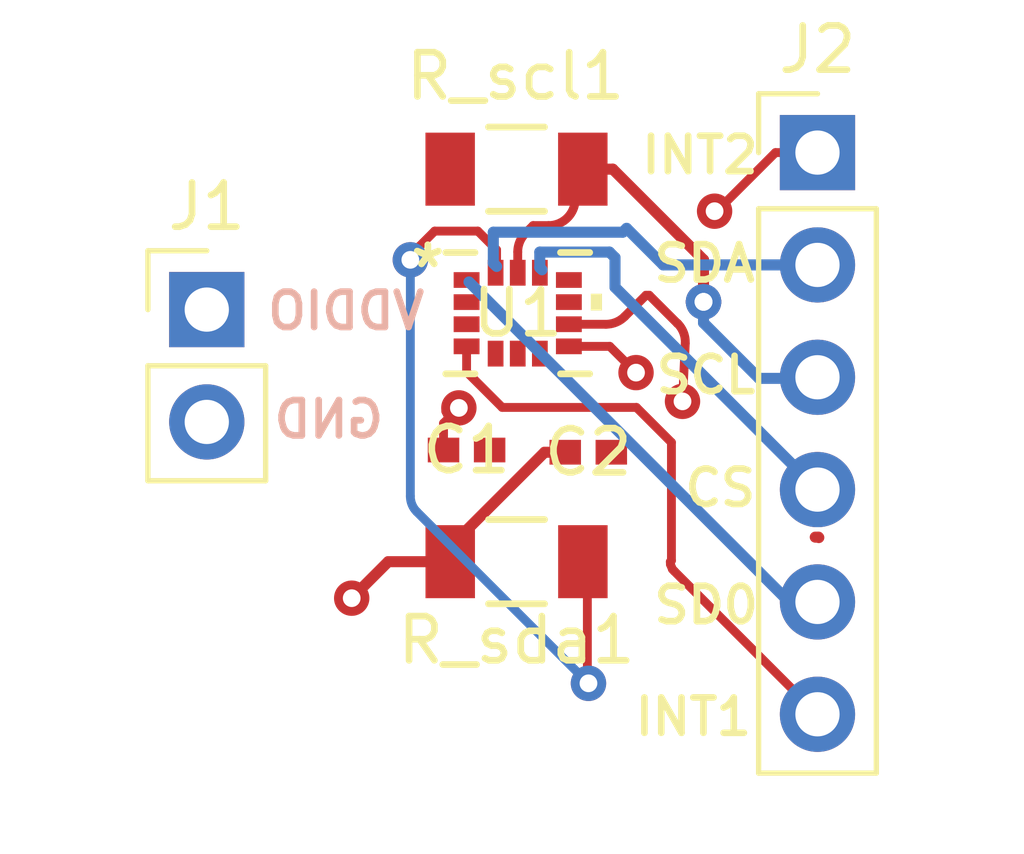
<source format=kicad_pcb>
(kicad_pcb (version 20221018) (generator pcbnew)
  (layers (0 "F.Cu" signal) (1 "In1.Cu" power "VDD") (2 "In2.Cu" power "GND") (31 "B.Cu" signal) (34 "B.Paste" user) (35 "F.Paste" user) (36 "B.SilkS" user "B.Silkscreen") (37 "F.SilkS" user "F.Silkscreen") (38 "B.Mask" user) (39 "F.Mask" user) (44 "Edge.Cuts" user))
  (net 0 "")
  (net 1 "Net-(U1-VDD)")
  (net 2 "GND")
  (net 3 "VDDIO")
  (net 4 "/SCL")
  (net 5 "/SDA")
  (net 6 "/SDO{slash}SA0")
  (net 7 "/INT1")
  (net 8 "/INT2")
  (net 11 "/CS")
  (footprint "imu:QFN_6DSLTR_STM" (layer "F.Cu") (at 129.7266 86.856)
    (fp_text reference "U1" (at 0 0 unlocked) (layer "F.SilkS"))
    (fp_text value "LSM6DSLTR")
    (fp_text user "*" (at -2.032 -1.000252) (layer "F.SilkS"))
    (fp_text user "*" (at -2.032 -1.000252 unlocked) (layer "F.SilkS"))
    (fp_line (start -1.6256 1.3716) (end -0.966817 1.3716) (stroke (width 0.1524)) (layer "F.SilkS"))
    (fp_line (start -0.966817 -1.3716) (end -1.6256 -1.3716) (stroke (width 0.1524)) (layer "F.SilkS"))
    (fp_line (start 0.966817 1.3716) (end 1.6256 1.3716) (stroke (width 0.1524)) (layer "F.SilkS"))
    (fp_line (start 1.6256 -1.3716) (end 0.966817 -1.3716) (stroke (width 0.1524)) (layer "F.SilkS"))
    (fp_poly (pts (xy 1.905 -0.440563) (xy 1.905 -0.059563) (xy 1.651 -0.059563) (xy 1.651 -0.440563)) (fill solid) (layer "F.SilkS"))
    (pad "1" smd rect (at -1.1557 -0.750189 90) (size 0.3556 0.5842) (layers "F.Cu" "F.Paste" "F.Mask") (net 6 "/SDO{slash}SA0"))
    (pad "2" smd rect (at -1.1557 -0.250063 90) (size 0.3556 0.5842) (layers "F.Cu" "F.Paste" "F.Mask") (net 2 "GND"))
    (pad "3" smd rect (at -1.1557 0.250063 90) (size 0.3556 0.5842) (layers "F.Cu" "F.Paste" "F.Mask") (net 2 "GND"))
    (pad "4" smd rect (at -1.1557 0.750189 90) (size 0.3556 0.5842) (layers "F.Cu" "F.Paste" "F.Mask") (net 7 "/INT1"))
    (pad "5" smd rect (at -0.500126 0.9144) (size 0.3556 0.5842) (layers "F.Cu" "F.Paste" "F.Mask") (net 3 "VDDIO"))
    (pad "6" smd rect (at 0 0.9144) (size 0.3556 0.5842) (layers "F.Cu" "F.Paste" "F.Mask") (net 2 "GND"))
    (pad "7" smd rect (at 0.500126 0.9144) (size 0.3556 0.5842) (layers "F.Cu" "F.Paste" "F.Mask") (net 2 "GND"))
    (pad "8" smd rect (at 1.1557 0.750189 90) (size 0.3556 0.5842) (layers "F.Cu" "F.Paste" "F.Mask") (net 1 "Net-(U1-VDD)"))
    (pad "9" smd rect (at 1.1557 0.250063 90) (size 0.3556 0.5842) (layers "F.Cu" "F.Paste" "F.Mask") (net 8 "/INT2"))
    (pad "10" smd rect (at 1.1557 -0.250063 90) (size 0.3556 0.5842) (layers "F.Cu" "F.Paste" "F.Mask"))
    (pad "11" smd rect (at 1.1557 -0.750189 90) (size 0.3556 0.5842) (layers "F.Cu" "F.Paste" "F.Mask"))
    (pad "12" smd rect (at 0.500126 -0.9144) (size 0.3556 0.5842) (layers "F.Cu" "F.Paste" "F.Mask") (net 11 "/CS"))
    (pad "13" smd rect (at 0 -0.9144) (size 0.3556 0.5842) (layers "F.Cu" "F.Paste" "F.Mask") (net 4 "/SCL"))
    (pad "14" smd rect (at -0.500126 -0.9144) (size 0.3556 0.5842) (layers "F.Cu" "F.Paste" "F.Mask") (net 5 "/SDA"))
  )
  (footprint "ceramic_cap:CAP_GRM155_MUR" (layer "F.Cu") (at 131.3207 90)
    (fp_text reference "C2" (at 0 0 unlocked) (layer "F.SilkS"))
    (fp_text value "100nF")
    (pad "1" smd rect (at -0.5207 0) (size 0.7112 0.5588) (layers "F.Cu" "F.Paste" "F.Mask") (net 3 "VDDIO"))
    (pad "2" smd rect (at 0.5207 0) (size 0.7112 0.5588) (layers "F.Cu" "F.Paste" "F.Mask") (net 2 "GND"))
  )
  (footprint "Connector_PinHeader_2.54mm:PinHeader_1x02_P2.54mm_Vertical" (layer "F.Cu") (at 122.7 86.775)
    (fp_text reference "J1" (at 0 -2.33) (layer "F.SilkS"))
    (fp_text value "Conn_01x02")
    (fp_line (start -1.33 -1.33) (end 0 -1.33) (stroke (width 0.12)) (layer "F.SilkS"))
    (fp_line (start -1.33 0) (end -1.33 -1.33) (stroke (width 0.12)) (layer "F.SilkS"))
    (fp_line (start -1.33 1.27) (end -1.33 3.87) (stroke (width 0.12)) (layer "F.SilkS"))
    (fp_line (start -1.33 1.27) (end 1.33 1.27) (stroke (width 0.12)) (layer "F.SilkS"))
    (fp_line (start -1.33 3.87) (end 1.33 3.87) (stroke (width 0.12)) (layer "F.SilkS"))
    (fp_line (start 1.33 1.27) (end 1.33 3.87) (stroke (width 0.12)) (layer "F.SilkS"))
    (pad "1" thru_hole rect (at 0 0) (size 1.7 1.7) (drill 1) (layers "*.Cu" "*.Mask") (net 3 "VDDIO"))
    (pad "2" thru_hole oval (at 0 2.54) (size 1.7 1.7) (drill 1) (layers "*.Cu" "*.Mask") (net 2 "GND"))
  )
  (footprint "res_1k:1206_PAN" (layer "F.Cu") (at 129.6986 83.6)
    (fp_text reference "R_scl1" (at -0.0236 -2.1 unlocked) (layer "F.SilkS"))
    (fp_text value "1k")
    (fp_line (start -0.63225 0.9525) (end 0.63225 0.9525) (stroke (width 0.1524)) (layer "F.SilkS"))
    (fp_line (start 0.63225 -0.9525) (end -0.63225 -0.9525) (stroke (width 0.1524)) (layer "F.SilkS"))
    (pad "1" smd rect (at -1.4986 0) (size 1.1176 1.651) (layers "F.Cu" "F.Paste" "F.Mask") (net 3 "VDDIO"))
    (pad "2" smd rect (at 1.4986 0) (size 1.1176 1.651) (layers "F.Cu" "F.Paste" "F.Mask") (net 4 "/SCL"))
  )
  (footprint "Connector_PinHeader_2.54mm:PinHeader_1x06_P2.54mm_Vertical" (layer "F.Cu") (at 136.5 83.225)
    (fp_text reference "J2" (at 0 -2.33) (layer "F.SilkS"))
    (fp_text value "Conn_01x06")
    (fp_line (start -1.33 -1.33) (end 0 -1.33) (stroke (width 0.12)) (layer "F.SilkS"))
    (fp_line (start -1.33 0) (end -1.33 -1.33) (stroke (width 0.12)) (layer "F.SilkS"))
    (fp_line (start -1.33 1.27) (end -1.33 14.03) (stroke (width 0.12)) (layer "F.SilkS"))
    (fp_line (start -1.33 1.27) (end 1.33 1.27) (stroke (width 0.12)) (layer "F.SilkS"))
    (fp_line (start -1.33 14.03) (end 1.33 14.03) (stroke (width 0.12)) (layer "F.SilkS"))
    (fp_line (start 1.33 1.27) (end 1.33 14.03) (stroke (width 0.12)) (layer "F.SilkS"))
    (pad "1" thru_hole rect (at 0 0) (size 1.7 1.7) (drill 1) (layers "*.Cu" "*.Mask") (net 8 "/INT2"))
    (pad "2" thru_hole oval (at 0 2.54) (size 1.7 1.7) (drill 1) (layers "*.Cu" "*.Mask") (net 5 "/SDA"))
    (pad "3" thru_hole oval (at 0 5.08) (size 1.7 1.7) (drill 1) (layers "*.Cu" "*.Mask") (net 4 "/SCL"))
    (pad "4" thru_hole oval (at 0 7.62) (size 1.7 1.7) (drill 1) (layers "*.Cu" "*.Mask") (net 11 "/CS"))
    (pad "5" thru_hole oval (at 0 10.16) (size 1.7 1.7) (drill 1) (layers "*.Cu" "*.Mask") (net 6 "/SDO{slash}SA0"))
    (pad "6" thru_hole oval (at 0 12.7) (size 1.7 1.7) (drill 1) (layers "*.Cu" "*.Mask") (net 7 "/INT1"))
  )
  (footprint "ceramic_cap:CAP_GRM155_MUR" (layer "F.Cu") (at 128.5707 89.95)
    (fp_text reference "C1" (at 0 0 unlocked) (layer "F.SilkS"))
    (fp_text value "100nF")
    (pad "1" smd rect (at -0.5207 0) (size 0.7112 0.5588) (layers "F.Cu" "F.Paste" "F.Mask") (net 1 "Net-(U1-VDD)"))
    (pad "2" smd rect (at 0.5207 0) (size 0.7112 0.5588) (layers "F.Cu" "F.Paste" "F.Mask") (net 2 "GND"))
  )
  (footprint "res_1k:1206_PAN" (layer "F.Cu") (at 129.7 92.475)
    (fp_text reference "R_sda1" (at 0 1.775 unlocked) (layer "F.SilkS"))
    (fp_text value "1k")
    (fp_line (start -0.63225 0.9525) (end 0.63225 0.9525) (stroke (width 0.1524)) (layer "F.SilkS"))
    (fp_line (start 0.63225 -0.9525) (end -0.63225 -0.9525) (stroke (width 0.1524)) (layer "F.SilkS"))
    (pad "1" smd rect (at -1.4986 0) (size 1.1176 1.651) (layers "F.Cu" "F.Paste" "F.Mask") (net 3 "VDDIO"))
    (pad "2" smd rect (at 1.4986 0) (size 1.1176 1.651) (layers "F.Cu" "F.Paste" "F.Mask") (net 5 "/SDA"))
  )
  (gr_text "VDDIO\n" (at 127.7 87.275) (layer "B.SilkS") (effects (font (size 0.8 0.8) (thickness 0.15) bold) (justify left bottom mirror)))
  (gr_text "GND\n" (at 126.775 89.725) (layer "B.SilkS") (effects (font (size 0.8 0.8) (thickness 0.15) bold) (justify left bottom mirror)))
  (gr_text "CS\n" (at 133.425 91.275) (layer "F.SilkS") (effects (font (size 0.8 0.8) (thickness 0.15) bold) (justify left bottom)))
  (gr_text "SDA\n" (at 132.725 86.2) (layer "F.SilkS") (effects (font (size 0.8 0.8) (thickness 0.15) bold) (justify left bottom)))
  (gr_text "SCL\n" (at 132.775 88.725) (layer "F.SilkS") (effects (font (size 0.8 0.8) (thickness 0.15) bold) (justify left bottom)))
  (gr_text "SD0\n" (at 132.725 93.925) (layer "F.SilkS") (effects (font (size 0.8 0.8) (thickness 0.15) bold) (justify left bottom)))
  (gr_text "INT1\n" (at 132.3 96.45) (layer "F.SilkS") (effects (font (size 0.8 0.8) (thickness 0.15) bold) (justify left bottom)))
  (gr_text "INT2" (at 132.45 83.75) (layer "F.SilkS") (effects (font (size 0.8 0.8)) (justify left bottom)))
  (segment (start 130.8823 87.606189) (end 130.8823 87.583863) (width 0.2) (layer "F.Cu") (net 1))
  (segment (start 131.806189 87.606189) (end 132.4 88.2) (width 0.2) (layer "F.Cu") (net 1))
  (segment (start 130.8823 87.606189) (end 131.806189 87.606189) (width 0.2) (layer "F.Cu") (net 1))
  (segment (start 128.319019 89.075) (end 128.1 89.075) (width 0.2) (layer "F.Cu") (net 1))
  (segment (start 132.4 88.2) (end 132.275 88.075) (width 0.2) (layer "F.Cu") (net 1))
  (segment (start 130.8823 87.583863) (end 130.875 87.583863) (width 0.2) (layer "F.Cu") (net 1))
  (segment (start 128.396456 88.997563) (end 128.05 89.344019) (width 0.2) (layer "F.Cu") (net 1))
  (segment (start 128.396456 88.997563) (end 128.319019 89.075) (width 0.2) (layer "F.Cu") (net 1))
  (segment (start 128.05 89.344019) (end 128.05 89.95) (width 0.2) (layer "F.Cu") (net 1))
  (via blind (at 132.4 88.2) (size 0.8) (drill 0.4) (layers "F.Cu" "In1.Cu") (net 1))
  (via blind (at 128.396456 88.997563) (size 0.8) (drill 0.4) (layers "F.Cu" "In1.Cu") (net 1))
  (segment (start 130.8 90) (end 130.334522 90) (width 0.25) (layer "F.Cu") (net 3))
  (segment (start 126.8 92.475) (end 128.2014 92.475) (width 0.25) (layer "F.Cu") (net 3))
  (segment (start 130.334522 90) (end 128.2014 92.133122) (width 0.25) (layer "F.Cu") (net 3))
  (segment (start 125.975 93.3) (end 126.8 92.475) (width 0.25) (layer "F.Cu") (net 3))
  (segment (start 128.2014 92.133122) (end 128.2014 92.475) (width 0.25) (layer "F.Cu") (net 3))
  (via blind (at 125.975 93.3) (size 0.8) (drill 0.4) (layers "F.Cu" "In1.Cu") (net 3))
  (segment (start 131.875 83.6) (end 131.1972 83.6) (width 0.25) (layer "F.Cu") (net 4))
  (segment (start 133.925 86.6) (end 133.925 85.65) (width 0.25) (layer "F.Cu") (net 4))
  (segment (start 130.075 84.875) (end 129.902336 85.047664) (width 0.2) (layer "F.Cu") (net 4))
  (segment (start 131.1972 83.6) (end 131.1972 83.941878) (width 0.2) (layer "F.Cu") (net 4))
  (segment (start 131.1972 83.941878) (end 131.025 84.114078) (width 0.2) (layer "F.Cu") (net 4))
  (segment (start 130.425 84.875) (end 130.075 84.875) (width 0.2) (layer "F.Cu") (net 4))
  (segment (start 131.025 84.114078) (end 131.025 84.275) (width 0.2) (layer "F.Cu") (net 4))
  (segment (start 133.925 85.65) (end 131.875 83.6) (width 0.25) (layer "F.Cu") (net 4))
  (segment (start 129.7266 85.471928) (end 129.7266 85.9416) (width 0.2) (layer "F.Cu") (net 4))
  (via blind (at 133.925 86.6) (size 0.8) (drill 0.4) (layers "F.Cu" "B.Cu") (net 4))
  (via (at 133.925 86.6) (size 0.8) (drill 0.4) (layers "F.Cu" "B.Cu") (net 4))
  (via (at 133.925 86.6) (size 0.8) (drill 0.4) (layers "F.Cu" "B.Cu") (net 4))
  (arc (start 129.7266 85.471928) (mid 129.772272 85.242318) (end 129.902336 85.047664) (width 0.2) (layer "F.Cu") (net 4))
  (arc (start 131.025 84.275) (mid 130.849264 84.699264) (end 130.425 84.875) (width 0.2) (layer "F.Cu") (net 4))
  (segment (start 136.5 88.33) (end 135.18 88.33) (width 0.25) (layer "B.Cu") (net 4))
  (segment (start 133.925 87.075) (end 133.925 86.625) (width 0.25) (layer "B.Cu") (net 4))
  (segment (start 135.18 88.33) (end 133.925 87.075) (width 0.25) (layer "B.Cu") (net 4))
  (segment (start 133.925 86.6) (end 133.85 86.525) (width 0.25) (layer "B.Cu") (net 4))
  (segment (start 131.1986 92.475) (end 131.2 92.475) (width 0.2) (layer "F.Cu") (net 5))
  (segment (start 129.226474 85.9416) (end 129.2334 85.9416) (width 0.2) (layer "F.Cu") (net 5))
  (segment (start 131.325 95.225) (end 131.35 95.075) (width 0.2) (layer "F.Cu") (net 5))
  (segment (start 129.2488 85.4238) (end 128.825 85) (width 0.2) (layer "F.Cu") (net 5))
  (segment (start 127.85 85) (end 127.3 85.55) (width 0.2) (layer "F.Cu") (net 5))
  (segment (start 129.2334 85.9416) (end 129.2488 85.9262) (width 0.2) (layer "F.Cu") (net 5))
  (segment (start 127.2 85.65) (end 127.2 85.65) (width 0.2) (layer "F.Cu") (net 5))
  (segment (start 128.825 85) (end 127.85 85) (width 0.2) (layer "F.Cu") (net 5))
  (segment (start 127.3 85.65) (end 127.2 85.65) (width 0.2) (layer "F.Cu") (net 5))
  (segment (start 129.2488 85.9262) (end 129.2488 85.4238) (width 0.2) (layer "F.Cu") (net 5))
  (segment (start 131.2 92.475) (end 131.3 92.575) (width 0.2) (layer "F.Cu") (net 5))
  (segment (start 131.3 95.025) (end 131.325 95.225) (width 0.2) (layer "F.Cu") (net 5))
  (segment (start 131.3 92.575) (end 131.3 95.025) (width 0.2) (layer "F.Cu") (net 5))
  (segment (start 127.2 85.65) (end 127.125 85.65) (width 0.2) (layer "F.Cu") (net 5))
  (segment (start 127.3 85.55) (end 127.3 85.65) (width 0.2) (layer "F.Cu") (net 5))
  (via blind (at 131.325 95.225) (size 0.8) (drill 0.4) (layers "F.Cu" "B.Cu") (net 5))
  (via blind (at 127.3 85.65) (size 0.8) (drill 0.4) (layers "F.Cu" "B.Cu") (net 5))
  (segment (start 133.014695 85.765) (end 132.187347 84.937652) (width 0.25) (layer "B.Cu") (net 5))
  (segment (start 129.175 85.725) (end 129.25 85.8) (width 0.25) (layer "B.Cu") (net 5))
  (segment (start 132.099999 85.025) (end 129.175 85.025) (width 0.25) (layer "B.Cu") (net 5))
  (segment (start 132.187347 84.937652) (end 132.099999 85.025) (width 0.25) (layer "B.Cu") (net 5))
  (segment (start 129.175 85.025) (end 129.175 85.725) (width 0.25) (layer "B.Cu") (net 5))
  (segment (start 127.3 85.65) (end 127.3 90.992893) (width 0.2) (layer "B.Cu") (net 5))
  (segment (start 127.446447 91.346447) (end 131.325 95.225) (width 0.2) (layer "B.Cu") (net 5))
  (segment (start 136.5 85.765) (end 133.014695 85.765) (width 0.25) (layer "B.Cu") (net 5))
  (arc (start 127.3 90.992893) (mid 127.33806 91.184235) (end 127.446447 91.346447) (width 0.2) (layer "B.Cu") (net 5))
  (segment (start 135.86 93.385) (end 128.625 86.15) (width 0.25) (layer "B.Cu") (net 6))
  (segment (start 136.5 93.385) (end 135.86 93.385) (width 0.25) (layer "B.Cu") (net 6))
  (segment (start 133.262868 92.687868) (end 133.222296 92.644586) (width 0.2) (layer "F.Cu") (net 7))
  (segment (start 133.175 92.475736) (end 133.2 92.450736) (width 0.2) (layer "F.Cu") (net 7))
  (segment (start 128.5709 88.182763) (end 128.5709 87.683863) (width 0.2) (layer "F.Cu") (net 7))
  (segment (start 136.5 95.925) (end 133.262868 92.687868) (width 0.2) (layer "F.Cu") (net 7))
  (segment (start 132.409422 88.987132) (end 129.375269 88.987132) (width 0.2) (layer "F.Cu") (net 7))
  (segment (start 133.2 92.450736) (end 133.2 89.77771) (width 0.2) (layer "F.Cu") (net 7))
  (segment (start 133.222296 92.644586) (end 133.176903 92.53503) (width 0.2) (layer "F.Cu") (net 7))
  (segment (start 129.375269 88.987132) (end 128.5709 88.182763) (width 0.2) (layer "F.Cu") (net 7))
  (segment (start 133.2 89.77771) (end 132.409422 88.987132) (width 0.2) (layer "F.Cu") (net 7))
  (segment (start 133.176903 92.53503) (end 133.175 92.475736) (width 0.2) (layer "F.Cu") (net 7))
  (segment (start 132.625 86.45) (end 132.696885 86.45) (width 0.2) (layer "F.Cu") (net 8))
  (segment (start 134.175 84.6) (end 134.2 84.575) (width 0.2) (layer "F.Cu") (net 8))
  (segment (start 134.175 84.55) (end 134.175 84.6) (width 0.2) (layer "F.Cu") (net 8))
  (segment (start 136.5 83.225) (end 135.55 83.225) (width 0.2) (layer "F.Cu") (net 8))
  (segment (start 133.334203 87.087318) (end 133.337318 87.087318) (width 0.2) (layer "F.Cu") (net 8))
  (segment (start 134.225 84.55) (end 134.175 84.55) (width 0.2) (layer "F.Cu") (net 8))
  (segment (start 132.144673 86.930327) (end 132.625 86.45) (width 0.2) (layer "F.Cu") (net 8))
  (segment (start 133.512375 87.540121) (end 133.45 88.85) (width 0.2) (layer "F.Cu") (net 8))
  (segment (start 130.8823 87.106063) (end 131.720409 87.106063) (width 0.2) (layer "F.Cu") (net 8))
  (segment (start 130.8823 87.106063) (end 130.804526 87.106063) (width 0.2) (layer "F.Cu") (net 8))
  (segment (start 135.55 83.225) (end 134.225 84.55) (width 0.2) (layer "F.Cu") (net 8))
  (segment (start 133.45 88.85) (end 133.525 88.85) (width 0.2) (layer "F.Cu") (net 8))
  (segment (start 132.696885 86.45) (end 133.334203 87.087318) (width 0.2) (layer "F.Cu") (net 8))
  (via blind (at 133.45 88.85) (size 0.8) (drill 0.4) (layers "F.Cu" "In2.Cu") (net 8))
  (via blind (at 134.175 84.55) (size 0.8) (drill 0.4) (layers "F.Cu" "In2.Cu") (net 8))
  (arc (start 133.337318 87.087318) (mid 133.472687 87.295224) (end 133.512375 87.540121) (width 0.2) (layer "F.Cu") (net 8))
  (arc (start 131.720409 87.106063) (mid 131.950019 87.060391) (end 132.144673 86.930327) (width 0.2) (layer "F.Cu") (net 8))
  (segment (start 136.45 91.92) (end 136.52 91.92) (width 0.25) (layer "F.Cu") (net 11))
  (segment (start 136.52 91.92) (end 136.53 91.93) (width 0.25) (layer "F.Cu") (net 11))
  (segment (start 136.5 90.845) (end 131.925 86.27) (width 0.25) (layer "B.Cu") (net 11))
  (segment (start 131.8 85.475) (end 130.225 85.475) (width 0.25) (layer "B.Cu") (net 11))
  (segment (start 130.225 85.475) (end 130.225 85.825) (width 0.25) (layer "B.Cu") (net 11))
  (segment (start 131.925 86.27) (end 131.925 85.6) (width 0.25) (layer "B.Cu") (net 11))
  (segment (start 131.925 85.6) (end 131.8 85.475) (width 0.25) (layer "B.Cu") (net 11))
  (segment (start 130.225 85.825) (end 130.275 85.875) (width 0.25) (layer "B.Cu") (net 11))
)
</source>
